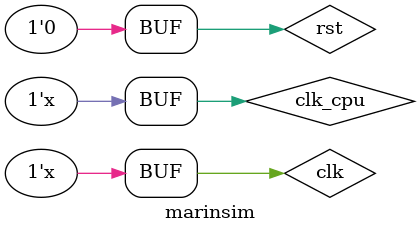
<source format=v>


module marinsim (/*AUTOARG*/);
 
  reg         clk;
  reg         rst;

  always #4 clk = ~clk;

  initial
    begin
      clk <= 1'b1;
      rst <= 1'b0;
      #1000 rst <= 1'b1;
      #1000 rst <= 1'b0;
    end

  wire       clk_cpu = clk;
    
  // MoxieLite/Wishbone interface
  wire [15:0] wb2mx_dat;
  wire [15:0] mx2wb_dat;
  wire [31:0] mx2wb_adr;
  wire [1:0]  mx2wb_sel;
  wire        mx2wb_we;
  wire        mx2wb_cyc;
  wire        mx2wb_stb;
  wire        wb2mx_ack;
   
  // Bootrom/Wishbone interface
  wire [15:0] wb2br_dat;
  wire [15:0] br2wb_dat;
  wire [31:0] wb2br_adr;
  wire [1:0]  wb2br_sel;
  wire 	      wb2br_we;
  wire 	      wb2br_cyc;
  wire        wb2br_stb;
  wire 	      br2wb_ack;

  // Display/Wishbone interface
  wire [15:0] wb2dp_dat;
  wire [31:0] wb2dp_adr;
  wire [1:0]  wb2dp_sel;
  wire 	      wb2dp_we;
  wire 	      wb2dp_cyc;
  wire        wb2dp_stb;
  wire 	      dp2wb_ack;

  wb_intercon #(.data_width (16),
		.slave_0_mask (32'b1111_1111_1111_1111_1111_0000_0000_0000),
	        .slave_0_addr (32'b0000_0000_0000_0000_0001_0000_0000_0000),
		.slave_1_mask (32'b1111_1111_1111_1111_1111_1111_1111_0000),
	        .slave_1_addr (32'b0000_0000_0001_0000_0000_0000_0000_0000),
		.slave_2_mask (32'b0000_0000_0000_0000_0000_0000_0000_0000),
	        .slave_2_addr (32'b1111_1111_1111_1111_1111_1111_1111_1111),
		.slave_3_mask (32'b0000_0000_0000_0000_0000_0000_0000_0000),
	        .slave_3_addr (32'b1111_1111_1111_1111_1111_1111_1111_1111))

  bus_intercon (.wbm_dat_o (wb2mx_dat),
		.wbm_dat_i (mx2wb_dat),
		.wbm_adr_i (mx2wb_adr),
		.wbm_sel_i (mx2wb_sel),
		.wbm_we_i (mx2wb_we),
		.wbm_cyc_i (mx2wb_cyc),
		.wbm_stb_i (mx2wb_stb),
		.wbm_ack_o (wb2mx_ack),
		
		.wbs_0_dat_o (),
		.wbs_0_dat_i (br2wb_dat),
		.wbs_0_adr_o (wb2br_adr),
		.wbs_0_sel_o (wb2br_sel),
		.wbs_0_we_o (wb2br_we),
		.wbs_0_cyc_o (wb2br_cyc),
		.wbs_0_stb_o (wb2br_stb),
		.wbs_0_ack_i (br2wb_ack),
		
		.wbs_1_dat_o (wb2dp_dat),
		.wbs_1_dat_i (),
		.wbs_1_adr_o (wb2dp_adr),
		.wbs_1_sel_o (wb2dp_sel),
		.wbs_1_we_o (wb2dp_we),
		.wbs_1_cyc_o (wb2dp_cyc),
		.wbs_1_stb_o (wb2dp_stb),
		.wbs_1_ack_i (dp2wb_ack),

		.wbs_2_ack_i (1'b0),
		.wbs_3_ack_i (1'b0));

   wire [7:0] ml_debug;
   
  bootrom16 rom (.clk_i (clk_cpu),
		 .wb_dat_i (wb2br_dat),
		 .wb_dat_o (br2wb_dat),
		 .wb_adr_i (wb2br_adr),
		 .wb_sel_i (wb2br_sel),
		 .wb_we_i (wb2br_we),
		 .wb_cyc_i (wb2br_cyc),
		 .wb_stb_i (wb2br_stb),
		 .wb_ack_o (br2wb_ack));

  nexys7seg_wb disp (.rst_i (rst_i),
		     .clk_i (clk_cpu),
		     .wb_dat_i (wb2dp_dat),
		     .wb_sel_i (wb2dp_sel),
		     .wb_we_i (wb2dp_we),
		     .wb_cyc_i (wb2dp_cyc),
		     .wb_stb_i (wb2dp_stb),
		     .wb_ack_o (dp2wb_ack),
		     .clk_100mhz_i (clk_cpu),
		     .seg (seg),
		     .an (an));
   
  moxielite_wb core (.rst_i (rst),
		     .clk_i (clk_cpu),
		     .wb_dat_i (wb2mx_dat),
		     .wb_dat_o (mx2wb_dat),
		     .wb_adr_o (mx2wb_adr),
		     .wb_sel_o (mx2wb_sel),
		     .wb_we_o (mx2wb_we),
		     .wb_cyc_o (mx2wb_cyc),
		     .wb_stb_o (mx2wb_stb),
		     .wb_ack_i (wb2mx_ack),
		     .debug_o (ml_debug));
   
endmodule

</source>
